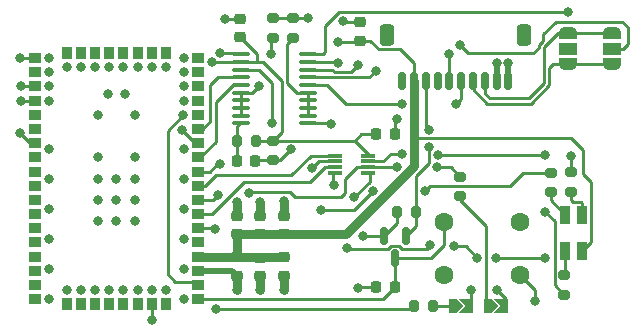
<source format=gbr>
%TF.GenerationSoftware,KiCad,Pcbnew,8.0.7*%
%TF.CreationDate,2025-04-13T14:38:49-04:00*%
%TF.ProjectId,radio,72616469-6f2e-46b6-9963-61645f706362,rev?*%
%TF.SameCoordinates,Original*%
%TF.FileFunction,Copper,L1,Top*%
%TF.FilePolarity,Positive*%
%FSLAX46Y46*%
G04 Gerber Fmt 4.6, Leading zero omitted, Abs format (unit mm)*
G04 Created by KiCad (PCBNEW 8.0.7) date 2025-04-13 14:38:49*
%MOMM*%
%LPD*%
G01*
G04 APERTURE LIST*
G04 Aperture macros list*
%AMRoundRect*
0 Rectangle with rounded corners*
0 $1 Rounding radius*
0 $2 $3 $4 $5 $6 $7 $8 $9 X,Y pos of 4 corners*
0 Add a 4 corners polygon primitive as box body*
4,1,4,$2,$3,$4,$5,$6,$7,$8,$9,$2,$3,0*
0 Add four circle primitives for the rounded corners*
1,1,$1+$1,$2,$3*
1,1,$1+$1,$4,$5*
1,1,$1+$1,$6,$7*
1,1,$1+$1,$8,$9*
0 Add four rect primitives between the rounded corners*
20,1,$1+$1,$2,$3,$4,$5,0*
20,1,$1+$1,$4,$5,$6,$7,0*
20,1,$1+$1,$6,$7,$8,$9,0*
20,1,$1+$1,$8,$9,$2,$3,0*%
%AMFreePoly0*
4,1,19,0.550000,-0.750000,0.000000,-0.750000,0.000000,-0.744911,-0.071157,-0.744911,-0.207708,-0.704816,-0.327430,-0.627875,-0.420627,-0.520320,-0.479746,-0.390866,-0.500000,-0.250000,-0.500000,0.250000,-0.479746,0.390866,-0.420627,0.520320,-0.327430,0.627875,-0.207708,0.704816,-0.071157,0.744911,0.000000,0.744911,0.000000,0.750000,0.550000,0.750000,0.550000,-0.750000,0.550000,-0.750000,
$1*%
%AMFreePoly1*
4,1,19,0.000000,0.744911,0.071157,0.744911,0.207708,0.704816,0.327430,0.627875,0.420627,0.520320,0.479746,0.390866,0.500000,0.250000,0.500000,-0.250000,0.479746,-0.390866,0.420627,-0.520320,0.327430,-0.627875,0.207708,-0.704816,0.071157,-0.744911,0.000000,-0.744911,0.000000,-0.750000,-0.550000,-0.750000,-0.550000,0.750000,0.000000,0.750000,0.000000,0.744911,0.000000,0.744911,
$1*%
%AMFreePoly2*
4,1,6,1.037000,0.000000,0.437000,-0.600000,-0.150000,-0.600000,-0.150000,0.600000,0.437000,0.600000,1.037000,0.000000,1.037000,0.000000,$1*%
%AMFreePoly3*
4,1,6,0.150000,-0.600000,-1.037000,-0.600000,-0.437000,0.000000,-1.037000,0.600000,0.150000,0.600000,0.150000,-0.600000,0.150000,-0.600000,$1*%
G04 Aperture macros list end*
%TA.AperFunction,SMDPad,CuDef*%
%ADD10R,1.000000X0.900000*%
%TD*%
%TA.AperFunction,SMDPad,CuDef*%
%ADD11R,0.900000X1.000000*%
%TD*%
%TA.AperFunction,ComponentPad*%
%ADD12C,0.800000*%
%TD*%
%TA.AperFunction,SMDPad,CuDef*%
%ADD13C,0.800000*%
%TD*%
%TA.AperFunction,SMDPad,CuDef*%
%ADD14RoundRect,0.087500X-0.537500X-0.087500X0.537500X-0.087500X0.537500X0.087500X-0.537500X0.087500X0*%
%TD*%
%TA.AperFunction,SMDPad,CuDef*%
%ADD15FreePoly0,90.000000*%
%TD*%
%TA.AperFunction,SMDPad,CuDef*%
%ADD16R,1.500000X1.000000*%
%TD*%
%TA.AperFunction,SMDPad,CuDef*%
%ADD17FreePoly1,90.000000*%
%TD*%
%TA.AperFunction,SMDPad,CuDef*%
%ADD18RoundRect,0.225000X-0.250000X0.225000X-0.250000X-0.225000X0.250000X-0.225000X0.250000X0.225000X0*%
%TD*%
%TA.AperFunction,SMDPad,CuDef*%
%ADD19RoundRect,0.200000X0.275000X-0.200000X0.275000X0.200000X-0.275000X0.200000X-0.275000X-0.200000X0*%
%TD*%
%TA.AperFunction,SMDPad,CuDef*%
%ADD20RoundRect,0.225000X0.250000X-0.225000X0.250000X0.225000X-0.250000X0.225000X-0.250000X-0.225000X0*%
%TD*%
%TA.AperFunction,SMDPad,CuDef*%
%ADD21RoundRect,0.200000X-0.200000X-0.275000X0.200000X-0.275000X0.200000X0.275000X-0.200000X0.275000X0*%
%TD*%
%TA.AperFunction,SMDPad,CuDef*%
%ADD22FreePoly2,0.000000*%
%TD*%
%TA.AperFunction,SMDPad,CuDef*%
%ADD23FreePoly3,0.000000*%
%TD*%
%TA.AperFunction,SMDPad,CuDef*%
%ADD24RoundRect,0.150000X-0.150000X0.587500X-0.150000X-0.587500X0.150000X-0.587500X0.150000X0.587500X0*%
%TD*%
%TA.AperFunction,ComponentPad*%
%ADD25C,1.600000*%
%TD*%
%TA.AperFunction,SMDPad,CuDef*%
%ADD26R,0.900000X1.500000*%
%TD*%
%TA.AperFunction,SMDPad,CuDef*%
%ADD27RoundRect,0.100000X-0.637500X-0.100000X0.637500X-0.100000X0.637500X0.100000X-0.637500X0.100000X0*%
%TD*%
%TA.AperFunction,SMDPad,CuDef*%
%ADD28RoundRect,0.225000X-0.225000X-0.250000X0.225000X-0.250000X0.225000X0.250000X-0.225000X0.250000X0*%
%TD*%
%TA.AperFunction,SMDPad,CuDef*%
%ADD29RoundRect,0.200000X-0.275000X0.200000X-0.275000X-0.200000X0.275000X-0.200000X0.275000X0.200000X0*%
%TD*%
%TA.AperFunction,SMDPad,CuDef*%
%ADD30RoundRect,0.150000X0.150000X0.625000X-0.150000X0.625000X-0.150000X-0.625000X0.150000X-0.625000X0*%
%TD*%
%TA.AperFunction,SMDPad,CuDef*%
%ADD31RoundRect,0.250000X0.350000X0.650000X-0.350000X0.650000X-0.350000X-0.650000X0.350000X-0.650000X0*%
%TD*%
%TA.AperFunction,SMDPad,CuDef*%
%ADD32RoundRect,0.225000X0.225000X0.250000X-0.225000X0.250000X-0.225000X-0.250000X0.225000X-0.250000X0*%
%TD*%
%TA.AperFunction,ViaPad*%
%ADD33C,0.800000*%
%TD*%
%TA.AperFunction,Conductor*%
%ADD34C,0.250000*%
%TD*%
%TA.AperFunction,Conductor*%
%ADD35C,0.500000*%
%TD*%
%TA.AperFunction,Conductor*%
%ADD36C,0.750000*%
%TD*%
G04 APERTURE END LIST*
D10*
%TO.P,U2,A1,RESET_N*%
%TO.N,/RESET_N*%
X142200000Y-111500000D03*
%TO.P,U2,A2,V_INT*%
%TO.N,+1V8*%
X142200000Y-110300000D03*
%TO.P,U2,A3,GND*%
%TO.N,GND*%
X142200000Y-109100000D03*
%TO.P,U2,A4,VCC*%
%TO.N,+3V3*%
X142200000Y-107900000D03*
%TO.P,U2,A5,UART_DTR*%
%TO.N,unconnected-(U2A-UART_DTR-PadA5)*%
X142200000Y-106700000D03*
%TO.P,U2,A6,SWITCH_0*%
%TO.N,/SW0*%
X142200000Y-105500000D03*
%TO.P,U2,A7,RED*%
%TO.N,/RED*%
X142200000Y-104300000D03*
%TO.P,U2,A8,GREEN/SWITCH_1*%
%TO.N,/GRN_SW1*%
X142200000Y-103100000D03*
%TO.P,U2,A9,BLUE*%
%TO.N,/BLUE*%
X142200000Y-101900000D03*
%TO.P,U2,A10,UART_CTS*%
%TO.N,/UART_CTS_1v8*%
X142200000Y-100700000D03*
%TO.P,U2,A11,UART_TXD*%
%TO.N,/UART_TX_1v8*%
X142200000Y-99500000D03*
%TO.P,U2,A12,UART_RTS*%
%TO.N,/UART_RTS_1v8*%
X142200000Y-98300000D03*
%TO.P,U2,A13,UART_RXD*%
%TO.N,/UART_RX_1v8*%
X142200000Y-97100000D03*
%TO.P,U2,A14,RSVD*%
%TO.N,unconnected-(U2A-RSVD-PadA14)*%
X142200000Y-95900000D03*
%TO.P,U2,A15,RSVD*%
%TO.N,unconnected-(U2A-RSVD-PadA15)*%
X142200000Y-94700000D03*
%TO.P,U2,A16,RSVD*%
%TO.N,unconnected-(U2A-RSVD-PadA16)*%
X142200000Y-93500000D03*
%TO.P,U2,A17,RSVD*%
%TO.N,unconnected-(U2A-RSVD-PadA17)*%
X142200000Y-92300000D03*
%TO.P,U2,A18,UART_DSR*%
%TO.N,unconnected-(U2A-UART_DSR-PadA18)*%
X142200000Y-91100000D03*
D11*
%TO.P,U2,B1,RSVD*%
%TO.N,unconnected-(U2A-RSVD-PadB1)*%
X139500000Y-90650000D03*
%TO.P,U2,B2,RSVD*%
%TO.N,unconnected-(U2A-RSVD-PadB2)*%
X138300000Y-90650000D03*
%TO.P,U2,B3,RSVD*%
%TO.N,unconnected-(U2A-RSVD-PadB3)*%
X137100000Y-90650000D03*
%TO.P,U2,B4,RSVD*%
%TO.N,unconnected-(U2A-RSVD-PadB4)*%
X135900000Y-90650000D03*
%TO.P,U2,B5,RSVD*%
%TO.N,unconnected-(U2A-RSVD-PadB5)*%
X134700000Y-90650000D03*
%TO.P,U2,B6,RSVD*%
%TO.N,unconnected-(U2A-RSVD-PadB6)*%
X133500000Y-90650000D03*
%TO.P,U2,B7,RSVD*%
%TO.N,unconnected-(U2A-RSVD-PadB7)*%
X132300000Y-90650000D03*
%TO.P,U2,B8,RSVD*%
%TO.N,unconnected-(U2A-RSVD-PadB8)*%
X131100000Y-90650000D03*
D10*
%TO.P,U2,C1,GND*%
%TO.N,GND*%
X128400000Y-91100000D03*
%TO.P,U2,C2,RSVD*%
%TO.N,unconnected-(U2A-RSVD-PadC2)*%
X128400000Y-92300000D03*
%TO.P,U2,C3,GND*%
%TO.N,GND*%
X128400000Y-93500000D03*
%TO.P,U2,C4,GND*%
X128400000Y-94700000D03*
%TO.P,U2,C5,RSVD*%
%TO.N,unconnected-(U2A-RSVD-PadC5)*%
X128400000Y-95900000D03*
%TO.P,U2,C6,RSVD*%
%TO.N,unconnected-(U2A-RSVD-PadC6)*%
X128400000Y-97100000D03*
%TO.P,U2,C7,GND*%
%TO.N,GND*%
X128400000Y-98300000D03*
%TO.P,U2,C8,RSVD*%
%TO.N,unconnected-(U2A-RSVD-PadC8)*%
X128400000Y-99500000D03*
%TO.P,U2,C9,RSVD*%
%TO.N,unconnected-(U2A-RSVD-PadC9)*%
X128400000Y-100700000D03*
%TO.P,U2,C10,RSVD*%
%TO.N,unconnected-(U2A-RSVD-PadC10)*%
X128400000Y-101900000D03*
%TO.P,U2,C11,RSVD*%
%TO.N,unconnected-(U2A-RSVD-PadC11)*%
X128400000Y-103100000D03*
%TO.P,U2,C12,RSVD*%
%TO.N,unconnected-(U2A-RSVD-PadC12)*%
X128400000Y-104300000D03*
%TO.P,U2,C13,RSVD*%
%TO.N,unconnected-(U2A-RSVD-PadC13)*%
X128400000Y-105500000D03*
%TO.P,U2,C14,RMII_MDC*%
%TO.N,unconnected-(U2A-RMII_MDC-PadC14)*%
X128400000Y-106700000D03*
%TO.P,U2,C15,RMII_MDO*%
%TO.N,unconnected-(U2A-RMII_MDO-PadC15)*%
X128400000Y-107900000D03*
%TO.P,U2,C16,LPO_CLK*%
%TO.N,unconnected-(U2A-LPO_CLK-PadC16)*%
X128400000Y-109100000D03*
%TO.P,U2,C17,RSVD*%
%TO.N,unconnected-(U2A-RSVD-PadC17)*%
X128400000Y-110300000D03*
%TO.P,U2,C18,RSVD*%
%TO.N,unconnected-(U2A-RSVD-PadC18)*%
X128400000Y-111500000D03*
D11*
%TO.P,U2,D1,RMII_TXD0*%
%TO.N,unconnected-(U2A-RMII_TXD0-PadD1)*%
X131100000Y-111950000D03*
%TO.P,U2,D2,RMII_TXD1*%
%TO.N,unconnected-(U2A-RMII_TXD1-PadD2)*%
X132300000Y-111950000D03*
%TO.P,U2,D3,RMII_TXEN*%
%TO.N,unconnected-(U2A-RMII_TXEN-PadD3)*%
X133500000Y-111950000D03*
%TO.P,U2,D4,RMII_CRSDV*%
%TO.N,unconnected-(U2A-RMII_CRSDV-PadD4)*%
X134700000Y-111950000D03*
%TO.P,U2,D5,RMII_RXD0*%
%TO.N,unconnected-(U2A-RMII_RXD0-PadD5)*%
X135900000Y-111950000D03*
%TO.P,U2,D6,RMII_RXD1*%
%TO.N,unconnected-(U2A-RMII_RXD1-PadD6)*%
X137100000Y-111950000D03*
%TO.P,U2,D7,GND*%
%TO.N,GND*%
X138300000Y-111950000D03*
%TO.P,U2,D8,RMII_REFCLK*%
%TO.N,unconnected-(U2A-RMII_REFCLK-PadD8)*%
X139500000Y-111950000D03*
D12*
%TO.P,U2,G1,GND*%
%TO.N,GND*%
X141000000Y-94700000D03*
%TO.P,U2,G2,GND*%
X141000000Y-93500000D03*
%TO.P,U2,G3,GND*%
X141000000Y-92300000D03*
%TO.P,U2,G4,GND*%
X141000000Y-91100000D03*
%TO.P,U2,G5,GND*%
X139500000Y-91850000D03*
%TO.P,U2,G6,GND*%
X138300000Y-91850000D03*
%TO.P,U2,G7,GND*%
X137100000Y-91850000D03*
%TO.P,U2,G8,GND*%
X135900000Y-91850000D03*
%TO.P,U2,G9,GND*%
X134700000Y-91850000D03*
%TO.P,U2,G10,GND*%
X133500000Y-91850000D03*
%TO.P,U2,G11,GND*%
X132300000Y-91850000D03*
%TO.P,U2,G12,GND*%
X131100000Y-91850000D03*
%TO.P,U2,G13,GND*%
X129600000Y-91100000D03*
%TO.P,U2,G14,GND*%
X129600000Y-92300000D03*
%TO.P,U2,G15,GND*%
X129600000Y-93500000D03*
%TO.P,U2,G16,GND*%
X129600000Y-94700000D03*
%TO.P,U2,G17,GND*%
X131100000Y-110750000D03*
%TO.P,U2,G18,GND*%
X132300000Y-110750000D03*
%TO.P,U2,G19,GND*%
X133500000Y-110750000D03*
%TO.P,U2,G20,GND*%
X134700000Y-110750000D03*
%TO.P,U2,G21,GND*%
X135900000Y-110750000D03*
%TO.P,U2,G22,GND*%
X137100000Y-110750000D03*
%TO.P,U2,G23,GND*%
X138300000Y-110750000D03*
%TO.P,U2,G24,GND*%
X139500000Y-110750000D03*
%TO.P,U2,G25,GND*%
X136840000Y-95900000D03*
%TO.P,U2,G26,GND*%
X136000000Y-94100000D03*
%TO.P,U2,G27,GND*%
X134600000Y-94100000D03*
%TO.P,U2,G28,GND*%
X133760000Y-95900000D03*
%TO.P,U2,G29,GND*%
X133760000Y-99500000D03*
%TO.P,U2,G30,GND*%
X133760000Y-101300000D03*
%TO.P,U2,G31,GND*%
X133760000Y-103100000D03*
%TO.P,U2,G32,GND*%
X133760000Y-104900000D03*
%TO.P,U2,G33,GND*%
X135300000Y-104900000D03*
%TO.P,U2,G34,GND*%
X135300000Y-103100000D03*
%TO.P,U2,G35,GND*%
X135300000Y-101300000D03*
%TO.P,U2,G36,GND*%
X136840000Y-99500000D03*
%TO.P,U2,G37,GND*%
X136840000Y-101300000D03*
%TO.P,U2,G38,GND*%
X136840000Y-103100000D03*
%TO.P,U2,G39,GND*%
X136840000Y-104900000D03*
D13*
%TO.P,U2,TP1*%
%TO.N,N/C*%
X141000000Y-98810000D03*
%TO.P,U2,TP2*%
X129600000Y-98810000D03*
%TO.P,U2,TP3*%
X141000000Y-101350000D03*
%TO.P,U2,TP4*%
X129600000Y-101350000D03*
%TO.P,U2,TP5*%
X141000000Y-103890000D03*
%TO.P,U2,TP6*%
X129600000Y-103890000D03*
%TO.P,U2,TP7*%
X141000000Y-106430000D03*
%TO.P,U2,TP8*%
X129600000Y-106430000D03*
%TO.P,U2,TP9*%
X141000000Y-108970000D03*
%TO.P,U2,TP10*%
X129600000Y-108970000D03*
%TO.P,U2,TP11*%
X141000000Y-111510000D03*
%TO.P,U2,TP12*%
X129600000Y-111510000D03*
%TD*%
D14*
%TO.P,U1,1*%
%TO.N,/BLUE*%
X153800000Y-99350000D03*
%TO.P,U1,2*%
%TO.N,/GRN_B*%
X153800000Y-99850000D03*
%TO.P,U1,3*%
%TO.N,/RED*%
X153800000Y-100350000D03*
%TO.P,U1,4,GND*%
%TO.N,GND*%
X153800000Y-100850000D03*
%TO.P,U1,5*%
%TO.N,/RED_B*%
X156600000Y-100850000D03*
%TO.P,U1,6*%
%TO.N,/GRN_SW1*%
X156600000Y-100350000D03*
%TO.P,U1,7*%
%TO.N,/BLUE_B*%
X156600000Y-99850000D03*
%TO.P,U1,8,VCC*%
%TO.N,+1V8*%
X156600000Y-99350000D03*
%TD*%
D15*
%TO.P,JP3,1,A*%
%TO.N,/UART_CTS_3v3*%
X173542500Y-91600000D03*
D16*
%TO.P,JP3,2,C*%
%TO.N,/RADIO_RTS_3v3*%
X173542500Y-90300000D03*
D17*
%TO.P,JP3,3,B*%
%TO.N,/UART_RTS_3v3*%
X173542500Y-89000000D03*
%TD*%
D18*
%TO.P,C1,1*%
%TO.N,GND*%
X147500000Y-104450000D03*
%TO.P,C1,2*%
%TO.N,+3V3*%
X147500000Y-106000000D03*
%TD*%
D19*
%TO.P,R6,1*%
%TO.N,GND*%
X148600000Y-99725000D03*
%TO.P,R6,2*%
%TO.N,+1V8*%
X148600000Y-98075000D03*
%TD*%
D20*
%TO.P,C10,1*%
%TO.N,GND*%
X149500000Y-109525000D03*
%TO.P,C10,2*%
%TO.N,+3V3*%
X149500000Y-107975000D03*
%TD*%
D21*
%TO.P,R8,1*%
%TO.N,GND*%
X159025000Y-104100000D03*
%TO.P,R8,2*%
%TO.N,/RST_3v3*%
X160675000Y-104100000D03*
%TD*%
D22*
%TO.P,JP2,1,A*%
%TO.N,Net-(JP2-A)*%
X163600000Y-112100000D03*
D23*
%TO.P,JP2,2,B*%
%TO.N,GND*%
X165300000Y-112100000D03*
%TD*%
D24*
%TO.P,Q1,1,G*%
%TO.N,/RST_3v3*%
X159850000Y-106162500D03*
%TO.P,Q1,2,S*%
%TO.N,GND*%
X157950000Y-106162500D03*
%TO.P,Q1,3,D*%
%TO.N,/RESET_N*%
X158900000Y-108037500D03*
%TD*%
D25*
%TO.P,SW1,1,1*%
%TO.N,/RESET_N*%
X163000000Y-105000000D03*
%TO.P,SW1,2,2*%
%TO.N,unconnected-(SW1-Pad2)*%
X169500000Y-105000000D03*
%TO.P,SW1,3,3*%
%TO.N,unconnected-(SW1-Pad3)*%
X163000000Y-109500000D03*
%TO.P,SW1,4,4*%
%TO.N,GND*%
X169500000Y-109500000D03*
%TD*%
D26*
%TO.P,D1,1,A*%
%TO.N,+3V3*%
X174700000Y-107450000D03*
%TO.P,D1,2,BK*%
%TO.N,/LED_B_CL*%
X173300000Y-107450000D03*
%TO.P,D1,3,RK*%
%TO.N,/LED_R_CL*%
X174700000Y-104350000D03*
%TO.P,D1,4,GK*%
%TO.N,/LED_G_CL*%
X173300000Y-104350000D03*
%TD*%
D27*
%TO.P,U3,1,A1*%
%TO.N,/UART_RTS_1v8*%
X145837500Y-90775000D03*
%TO.P,U3,2,VCCA*%
%TO.N,+1V8*%
X145837500Y-91425000D03*
%TO.P,U3,3,A2*%
%TO.N,/UART_CTS_1v8*%
X145837500Y-92075000D03*
%TO.P,U3,4,A3*%
%TO.N,/UART_RX_1v8*%
X145837500Y-92725000D03*
%TO.P,U3,5,A4*%
%TO.N,/UART_TX_1v8*%
X145837500Y-93375000D03*
%TO.P,U3,6,A5*%
%TO.N,Net-(U3-A5)*%
X145837500Y-94025000D03*
%TO.P,U3,7,A6*%
X145837500Y-94675000D03*
%TO.P,U3,8,A7*%
X145837500Y-95325000D03*
%TO.P,U3,9,A8*%
X145837500Y-95975000D03*
%TO.P,U3,10,OE*%
%TO.N,Net-(U3-OE)*%
X145837500Y-96625000D03*
%TO.P,U3,11,GND*%
%TO.N,GND*%
X151562500Y-96625000D03*
%TO.P,U3,12,B8*%
%TO.N,Net-(U3-B5)*%
X151562500Y-95975000D03*
%TO.P,U3,13,B7*%
X151562500Y-95325000D03*
%TO.P,U3,14,B6*%
X151562500Y-94675000D03*
%TO.P,U3,15,B5*%
X151562500Y-94025000D03*
%TO.P,U3,16,B4*%
%TO.N,/UART_TX_3v3*%
X151562500Y-93375000D03*
%TO.P,U3,17,B3*%
%TO.N,/UART_RX_3v3*%
X151562500Y-92725000D03*
%TO.P,U3,18,B2*%
%TO.N,/RADIO_CTS_3v3*%
X151562500Y-92075000D03*
%TO.P,U3,19,VCCB*%
%TO.N,+3V3*%
X151562500Y-91425000D03*
%TO.P,U3,20,B1*%
%TO.N,/RADIO_RTS_3v3*%
X151562500Y-90775000D03*
%TD*%
D19*
%TO.P,R4,1*%
%TO.N,Net-(JP1-A)*%
X164400000Y-102775000D03*
%TO.P,R4,2*%
%TO.N,/GRN_SW1*%
X164400000Y-101125000D03*
%TD*%
D28*
%TO.P,C8,1*%
%TO.N,Net-(U3-OE)*%
X145525000Y-99800000D03*
%TO.P,C8,2*%
%TO.N,GND*%
X147075000Y-99800000D03*
%TD*%
D18*
%TO.P,C5,1*%
%TO.N,GND*%
X145800000Y-87775000D03*
%TO.P,C5,2*%
%TO.N,+1V8*%
X145800000Y-89325000D03*
%TD*%
D29*
%TO.P,R9,1*%
%TO.N,GND*%
X150250000Y-87725000D03*
%TO.P,R9,2*%
%TO.N,Net-(U3-B5)*%
X150250000Y-89375000D03*
%TD*%
D15*
%TO.P,JP4,1,A*%
%TO.N,/UART_CTS_3v3*%
X177300000Y-91600000D03*
D16*
%TO.P,JP4,2,C*%
%TO.N,/RADIO_CTS_3v3*%
X177300000Y-90300000D03*
D17*
%TO.P,JP4,3,B*%
%TO.N,/UART_RTS_3v3*%
X177300000Y-89000000D03*
%TD*%
D28*
%TO.P,C9,1*%
%TO.N,GND*%
X157325000Y-110500000D03*
%TO.P,C9,2*%
%TO.N,/RESET_N*%
X158875000Y-110500000D03*
%TD*%
D29*
%TO.P,R1,1*%
%TO.N,/RED_B*%
X173800000Y-100775000D03*
%TO.P,R1,2*%
%TO.N,/LED_R_CL*%
X173800000Y-102425000D03*
%TD*%
D20*
%TO.P,C3,1*%
%TO.N,GND*%
X145500000Y-109525000D03*
%TO.P,C3,2*%
%TO.N,+3V3*%
X145500000Y-107975000D03*
%TD*%
D19*
%TO.P,R3,1*%
%TO.N,/BLUE_B*%
X173200000Y-111125000D03*
%TO.P,R3,2*%
%TO.N,/LED_B_CL*%
X173200000Y-109475000D03*
%TD*%
D20*
%TO.P,C2,1*%
%TO.N,GND*%
X147500000Y-109550000D03*
%TO.P,C2,2*%
%TO.N,+3V3*%
X147500000Y-108000000D03*
%TD*%
D18*
%TO.P,C4,1*%
%TO.N,GND*%
X145500000Y-104475000D03*
%TO.P,C4,2*%
%TO.N,+3V3*%
X145500000Y-106025000D03*
%TD*%
%TO.P,C6,1*%
%TO.N,GND*%
X155950000Y-88075000D03*
%TO.P,C6,2*%
%TO.N,+3V3*%
X155950000Y-89625000D03*
%TD*%
D29*
%TO.P,R2,1*%
%TO.N,/GRN_B*%
X172100000Y-100800000D03*
%TO.P,R2,2*%
%TO.N,/LED_G_CL*%
X172100000Y-102450000D03*
%TD*%
D21*
%TO.P,R5,1*%
%TO.N,/SW0*%
X160475000Y-112100000D03*
%TO.P,R5,2*%
%TO.N,Net-(JP2-A)*%
X162125000Y-112100000D03*
%TD*%
D30*
%TO.P,J1,1,Pin_1*%
%TO.N,GND*%
X168500000Y-93000000D03*
%TO.P,J1,2,Pin_2*%
X167500000Y-93000000D03*
%TO.P,J1,3,Pin_3*%
%TO.N,/UART_RTS_3v3*%
X166500000Y-93000000D03*
%TO.P,J1,4,Pin_4*%
%TO.N,/UART_CTS_3v3*%
X165500000Y-93000000D03*
%TO.P,J1,5,Pin_5*%
%TO.N,/UART_TX_3v3*%
X164500000Y-93000000D03*
%TO.P,J1,6,Pin_6*%
%TO.N,/UART_RX_3v3*%
X163500000Y-93000000D03*
%TO.P,J1,7,Pin_7*%
%TO.N,/BOOT0_3v3*%
X162500000Y-93000000D03*
%TO.P,J1,8,Pin_8*%
%TO.N,/RST_3v3*%
X161500000Y-93000000D03*
%TO.P,J1,9,Pin_9*%
%TO.N,+3V3*%
X160500000Y-93000000D03*
%TO.P,J1,10,Pin_10*%
%TO.N,+5V*%
X159500000Y-93000000D03*
D31*
%TO.P,J1,MP*%
%TO.N,N/C*%
X169800000Y-89125000D03*
X158200000Y-89125000D03*
%TD*%
D29*
%TO.P,R7,1*%
%TO.N,GND*%
X148550000Y-87725000D03*
%TO.P,R7,2*%
%TO.N,Net-(U3-A5)*%
X148550000Y-89375000D03*
%TD*%
D22*
%TO.P,JP1,1,A*%
%TO.N,Net-(JP1-A)*%
X166600000Y-112100000D03*
D23*
%TO.P,JP1,2,B*%
%TO.N,GND*%
X168300000Y-112100000D03*
%TD*%
D32*
%TO.P,C7,1*%
%TO.N,GND*%
X158875000Y-97550000D03*
%TO.P,C7,2*%
%TO.N,+1V8*%
X157325000Y-97550000D03*
%TD*%
D21*
%TO.P,R10,1*%
%TO.N,Net-(U3-OE)*%
X145475000Y-98100000D03*
%TO.P,R10,2*%
%TO.N,+1V8*%
X147125000Y-98100000D03*
%TD*%
D18*
%TO.P,C11,1*%
%TO.N,GND*%
X149500000Y-104475000D03*
%TO.P,C11,2*%
%TO.N,+3V3*%
X149500000Y-106025000D03*
%TD*%
D33*
%TO.N,GND*%
X167550000Y-110750000D03*
X127250000Y-93500000D03*
X147500000Y-110750000D03*
X149500000Y-110750000D03*
X144500000Y-87800000D03*
X154450000Y-87950000D03*
X156150000Y-106150000D03*
X155750000Y-110550000D03*
X168500000Y-91500000D03*
X127150000Y-91100000D03*
X149500000Y-103200000D03*
X165300000Y-110750000D03*
X159100000Y-96250000D03*
X167500000Y-91500000D03*
X138350000Y-113300000D03*
X150050000Y-98824500D03*
X153700000Y-101850000D03*
X151500000Y-87700000D03*
X127150000Y-97450000D03*
X170750000Y-111700000D03*
X127250000Y-94700000D03*
X153450000Y-96650000D03*
X145500000Y-110750000D03*
X147500000Y-103250000D03*
X145500000Y-103250000D03*
%TO.N,+3V3*%
X154050000Y-91499500D03*
X154050000Y-89750000D03*
%TO.N,+1V8*%
X140950000Y-95950000D03*
X143400000Y-91450000D03*
%TO.N,/UART_TX_3v3*%
X164100000Y-95000000D03*
X159525500Y-95000000D03*
%TO.N,/UART_RX_3v3*%
X163500000Y-90750000D03*
X157250000Y-92200000D03*
%TO.N,/RST_3v3*%
X161750000Y-97175500D03*
X161750000Y-98650000D03*
%TO.N,/GRN_SW1*%
X162450000Y-100350000D03*
X143900000Y-102700000D03*
X146500000Y-102500000D03*
X159050000Y-100300000D03*
%TO.N,/SW0*%
X143650000Y-105600000D03*
X143750000Y-112300000D03*
%TO.N,/RADIO_RTS_3v3*%
X173500000Y-87200000D03*
X173542500Y-90300000D03*
%TO.N,/UART_CTS_1v8*%
X144100000Y-100050000D03*
X148450000Y-96600000D03*
%TO.N,/UART_RTS_1v8*%
X140850000Y-97200000D03*
X144100000Y-90700000D03*
%TO.N,/RADIO_CTS_3v3*%
X164400000Y-90000000D03*
X155800000Y-91650000D03*
%TO.N,Net-(U3-A5)*%
X148400000Y-90750000D03*
X147400000Y-93450000D03*
%TO.N,/RED_B*%
X163850000Y-107000000D03*
X167450000Y-108000000D03*
X171600000Y-108000000D03*
X154850000Y-107150000D03*
X173800000Y-99400000D03*
X155462701Y-102862701D03*
X165875500Y-108000000D03*
X161850000Y-106950000D03*
%TO.N,/GRN_B*%
X151838190Y-100438190D03*
X161450000Y-102350000D03*
X157000000Y-102350000D03*
X152600000Y-103924500D03*
%TO.N,/BLUE_B*%
X159525500Y-99200000D03*
X171600000Y-104100000D03*
X162493970Y-99317468D03*
X171600000Y-99300000D03*
%TD*%
D34*
%TO.N,/GRN_SW1*%
X159000000Y-100350000D02*
X159050000Y-100300000D01*
X155700000Y-100350000D02*
X159000000Y-100350000D01*
X154700000Y-102500000D02*
X154700000Y-101350000D01*
X154300000Y-102900000D02*
X154700000Y-102500000D01*
X154700000Y-101350000D02*
X155700000Y-100350000D01*
X149975489Y-102475489D02*
X150400000Y-102900000D01*
X146524511Y-102475489D02*
X149975489Y-102475489D01*
X150400000Y-102900000D02*
X154300000Y-102900000D01*
X146500000Y-102500000D02*
X146524511Y-102475489D01*
D35*
%TO.N,GND*%
X167500000Y-93000000D02*
X167500000Y-91500000D01*
X168500000Y-93000000D02*
X168500000Y-91500000D01*
D34*
X159100000Y-96250000D02*
X158875000Y-96475000D01*
X128400000Y-91100000D02*
X127150000Y-91100000D01*
X151562500Y-96625000D02*
X153425000Y-96625000D01*
X128400000Y-94700000D02*
X127250000Y-94700000D01*
X159025000Y-105087500D02*
X157950000Y-106162500D01*
D36*
X147500000Y-109550000D02*
X147500000Y-110750000D01*
D35*
X142200000Y-109100000D02*
X145075000Y-109100000D01*
D36*
X149500000Y-103250000D02*
X149500000Y-103200000D01*
X149500000Y-104475000D02*
X149500000Y-103250000D01*
X145500000Y-109525000D02*
X145500000Y-110750000D01*
D34*
X155950000Y-88075000D02*
X154575000Y-88075000D01*
X155800000Y-110500000D02*
X155750000Y-110550000D01*
X159025000Y-104100000D02*
X159025000Y-105087500D01*
X168300000Y-111500000D02*
X167550000Y-110750000D01*
X138300000Y-113250000D02*
X138350000Y-113300000D01*
X148600000Y-99725000D02*
X149149500Y-99725000D01*
X148600000Y-99725000D02*
X147150000Y-99725000D01*
X157950000Y-106162500D02*
X156162500Y-106162500D01*
X168300000Y-112100000D02*
X168300000Y-111500000D01*
D35*
X145075000Y-109100000D02*
X145500000Y-109525000D01*
D34*
X153425000Y-96625000D02*
X153450000Y-96650000D01*
X128400000Y-98300000D02*
X128000000Y-98300000D01*
D36*
X149500000Y-109525000D02*
X149500000Y-110750000D01*
D34*
X150250000Y-87725000D02*
X151475000Y-87725000D01*
X138300000Y-111950000D02*
X138300000Y-113250000D01*
X154575000Y-88075000D02*
X154450000Y-87950000D01*
D36*
X147500000Y-104450000D02*
X147500000Y-103250000D01*
D34*
X156162500Y-106162500D02*
X156150000Y-106150000D01*
X153650000Y-101800000D02*
X153700000Y-101850000D01*
X128000000Y-98300000D02*
X127150000Y-97450000D01*
X147150000Y-99725000D02*
X147075000Y-99800000D01*
X151475000Y-87725000D02*
X151500000Y-87700000D01*
X148550000Y-87725000D02*
X150250000Y-87725000D01*
X169500000Y-109500000D02*
X170750000Y-110750000D01*
X149149500Y-99725000D02*
X150050000Y-98824500D01*
X128400000Y-93500000D02*
X127250000Y-93500000D01*
X170750000Y-110750000D02*
X170750000Y-111700000D01*
X165300000Y-112100000D02*
X165300000Y-110750000D01*
X144525000Y-87775000D02*
X144500000Y-87800000D01*
X153650000Y-100850000D02*
X153650000Y-101800000D01*
X157325000Y-110500000D02*
X155800000Y-110500000D01*
D36*
X145500000Y-104475000D02*
X145500000Y-103250000D01*
D34*
X158875000Y-96475000D02*
X158875000Y-97550000D01*
X145800000Y-87775000D02*
X144525000Y-87775000D01*
D36*
%TO.N,+3V3*%
X147475000Y-106025000D02*
X147500000Y-106000000D01*
X154750000Y-106000000D02*
X160500000Y-100250000D01*
X160500000Y-97800000D02*
X160500000Y-93000000D01*
X149500000Y-106025000D02*
X149555692Y-106025000D01*
D34*
X155825000Y-89750000D02*
X155950000Y-89625000D01*
D36*
X142200000Y-107900000D02*
X145449520Y-107900000D01*
D34*
X160500000Y-97800000D02*
X160600000Y-97900000D01*
X174800000Y-100900000D02*
X175475000Y-101575000D01*
X154050000Y-89750000D02*
X155825000Y-89750000D01*
D36*
X149580692Y-106000000D02*
X154750000Y-106000000D01*
X145449520Y-107900000D02*
X145500000Y-107950480D01*
D34*
X173800000Y-97900000D02*
X174800000Y-98900000D01*
D36*
X145500000Y-106025000D02*
X147475000Y-106025000D01*
D34*
X153975500Y-91425000D02*
X154050000Y-91499500D01*
X156775000Y-89625000D02*
X155950000Y-89625000D01*
X175475000Y-106675000D02*
X174700000Y-107450000D01*
X175475000Y-101575000D02*
X175475000Y-106675000D01*
X160600000Y-97900000D02*
X173800000Y-97900000D01*
D36*
X149475000Y-106000000D02*
X149500000Y-106025000D01*
X145500000Y-107975000D02*
X149500000Y-107975000D01*
X147500000Y-106000000D02*
X149475000Y-106000000D01*
D34*
X151562500Y-91425000D02*
X153975500Y-91425000D01*
D36*
X160500000Y-100250000D02*
X160500000Y-97800000D01*
X149555692Y-106025000D02*
X149580692Y-106000000D01*
D34*
X157499520Y-90349520D02*
X156775000Y-89625000D01*
X160500000Y-91500000D02*
X159349520Y-90349520D01*
D36*
X145500000Y-106025000D02*
X145500000Y-107975000D01*
D34*
X174800000Y-98900000D02*
X174800000Y-100900000D01*
X160500000Y-93000000D02*
X160500000Y-91500000D01*
X159349520Y-90349520D02*
X157499520Y-90349520D01*
%TO.N,+1V8*%
X156050000Y-97550000D02*
X155500000Y-98100000D01*
X141925489Y-110025489D02*
X140275489Y-110025489D01*
X139650000Y-109400000D02*
X139650000Y-97250000D01*
X148575000Y-98100000D02*
X148600000Y-98075000D01*
X145812500Y-91450000D02*
X145837500Y-91425000D01*
X145837500Y-91425000D02*
X146525361Y-91425000D01*
X139650000Y-97250000D02*
X140950000Y-95950000D01*
X147250000Y-90775000D02*
X147250000Y-91400000D01*
X146550361Y-91400000D02*
X147250000Y-91400000D01*
X148625000Y-98100000D02*
X155500000Y-98100000D01*
X147125000Y-98100000D02*
X148575000Y-98100000D01*
X140275489Y-110025489D02*
X139650000Y-109400000D01*
X145800000Y-89325000D02*
X147250000Y-90775000D01*
X155500000Y-98100000D02*
X156750000Y-99350000D01*
X149300000Y-93000000D02*
X149300000Y-97375000D01*
X142200000Y-110300000D02*
X141925489Y-110025489D01*
X143400000Y-91450000D02*
X145812500Y-91450000D01*
X147700000Y-91400000D02*
X149300000Y-93000000D01*
X147250000Y-91400000D02*
X147700000Y-91400000D01*
X148600000Y-98075000D02*
X148625000Y-98100000D01*
X157325000Y-97550000D02*
X156050000Y-97550000D01*
X149300000Y-97375000D02*
X148600000Y-98075000D01*
X146525361Y-91425000D02*
X146550361Y-91400000D01*
%TO.N,Net-(U3-OE)*%
X145837500Y-96625000D02*
X145775000Y-96625000D01*
X145775000Y-96625000D02*
X145475000Y-96925000D01*
X145525000Y-98150000D02*
X145475000Y-98100000D01*
X145475000Y-96925000D02*
X145475000Y-98100000D01*
X145525000Y-99800000D02*
X145525000Y-98150000D01*
%TO.N,/RESET_N*%
X158900000Y-108037500D02*
X158900000Y-110475000D01*
X163000000Y-105000000D02*
X163000000Y-106950000D01*
X163000000Y-106950000D02*
X161912500Y-108037500D01*
X157875000Y-111500000D02*
X158875000Y-110500000D01*
X142200000Y-111500000D02*
X157875000Y-111500000D01*
X161912500Y-108037500D02*
X158900000Y-108037500D01*
X158900000Y-110475000D02*
X158875000Y-110500000D01*
%TO.N,/UART_RTS_3v3*%
X171500000Y-90200000D02*
X172700000Y-89000000D01*
X170200000Y-94500000D02*
X171500000Y-93200000D01*
X166500000Y-94100000D02*
X166900000Y-94500000D01*
X166900000Y-94500000D02*
X170200000Y-94500000D01*
X177300000Y-89000000D02*
X173542500Y-89000000D01*
X171500000Y-93200000D02*
X171500000Y-90200000D01*
X172700000Y-89000000D02*
X173542500Y-89000000D01*
X166500000Y-93000000D02*
X166500000Y-94100000D01*
%TO.N,/UART_CTS_3v3*%
X173542500Y-91600000D02*
X172300000Y-91600000D01*
X171950000Y-93386396D02*
X170386396Y-94950000D01*
X172300000Y-91600000D02*
X171950000Y-91950000D01*
X173542500Y-91600000D02*
X177300000Y-91600000D01*
X171950000Y-91950000D02*
X171950000Y-93386396D01*
X170386396Y-94950000D02*
X166713604Y-94950000D01*
X166713604Y-94950000D02*
X165500000Y-93736396D01*
X165500000Y-93736396D02*
X165500000Y-93000000D01*
%TO.N,/UART_TX_3v3*%
X153125000Y-93375000D02*
X151562500Y-93375000D01*
X164500000Y-94600000D02*
X164500000Y-93000000D01*
X164100000Y-95000000D02*
X164500000Y-94600000D01*
X154750000Y-95000000D02*
X153125000Y-93375000D01*
X159525500Y-95000000D02*
X154750000Y-95000000D01*
%TO.N,/UART_RX_3v3*%
X151562500Y-92725000D02*
X156725000Y-92725000D01*
X156725000Y-92725000D02*
X157250000Y-92200000D01*
X163500000Y-90750000D02*
X163500000Y-93000000D01*
%TO.N,/RST_3v3*%
X161750000Y-97175500D02*
X161500000Y-96925500D01*
X161500000Y-96925500D02*
X161500000Y-93000000D01*
X160675000Y-104100000D02*
X160675000Y-101064270D01*
X161700000Y-97000000D02*
X161750000Y-97050000D01*
X160675000Y-105337500D02*
X159850000Y-106162500D01*
X161750000Y-97050000D02*
X161750000Y-97175500D01*
X160675000Y-104100000D02*
X160675000Y-105337500D01*
X160675000Y-101064270D02*
X161750000Y-99989270D01*
X161750000Y-99989270D02*
X161750000Y-98650000D01*
%TO.N,/GRN_SW1*%
X143500000Y-103100000D02*
X143900000Y-102700000D01*
X142200000Y-103100000D02*
X143500000Y-103100000D01*
X162450000Y-100350000D02*
X163625000Y-100350000D01*
X163625000Y-100350000D02*
X164400000Y-101125000D01*
%TO.N,/SW0*%
X160275000Y-112300000D02*
X160475000Y-112100000D01*
X143750000Y-112300000D02*
X160275000Y-112300000D01*
X142200000Y-105500000D02*
X143550000Y-105500000D01*
X143550000Y-105500000D02*
X143650000Y-105600000D01*
%TO.N,Net-(JP1-A)*%
X164400000Y-103100000D02*
X166600000Y-105300000D01*
X164400000Y-102775000D02*
X164400000Y-103100000D01*
X166600000Y-105300000D02*
X166600000Y-112100000D01*
%TO.N,Net-(JP2-A)*%
X163600000Y-112100000D02*
X162125000Y-112100000D01*
%TO.N,/BLUE*%
X151750000Y-99350000D02*
X150100000Y-101000000D01*
X143700000Y-101000000D02*
X142800000Y-101900000D01*
X150100000Y-101000000D02*
X143700000Y-101000000D01*
X142800000Y-101900000D02*
X142200000Y-101900000D01*
X153650000Y-99350000D02*
X151750000Y-99350000D01*
%TO.N,/RED*%
X153650000Y-100350000D02*
X152950978Y-100350000D01*
X143400000Y-104300000D02*
X142200000Y-104300000D01*
X146100000Y-101600000D02*
X143400000Y-104300000D01*
X152950978Y-100350000D02*
X151700978Y-101600000D01*
X151700978Y-101600000D02*
X146100000Y-101600000D01*
%TO.N,/RADIO_RTS_3v3*%
X153000000Y-90600000D02*
X153000000Y-88374695D01*
X154174695Y-87200000D02*
X173500000Y-87200000D01*
X152825000Y-90775000D02*
X153000000Y-90600000D01*
X151562500Y-90775000D02*
X152825000Y-90775000D01*
X153000000Y-88374695D02*
X154174695Y-87200000D01*
%TO.N,/UART_CTS_1v8*%
X145837500Y-92075000D02*
X147350402Y-92075000D01*
X144100000Y-100050000D02*
X143850000Y-100050000D01*
X143200000Y-100700000D02*
X142200000Y-100700000D01*
X143850000Y-100050000D02*
X143200000Y-100700000D01*
X148450000Y-93174598D02*
X148450000Y-96600000D01*
X147350402Y-92075000D02*
X148450000Y-93174598D01*
%TO.N,/UART_TX_1v8*%
X145149639Y-93375000D02*
X143700000Y-94824639D01*
X145837500Y-93375000D02*
X145149639Y-93375000D01*
X143700000Y-98224511D02*
X142424511Y-99500000D01*
X142424511Y-99500000D02*
X142200000Y-99500000D01*
X143700000Y-94824639D02*
X143700000Y-98224511D01*
%TO.N,/UART_RTS_1v8*%
X142200000Y-98300000D02*
X141950000Y-98300000D01*
X145762500Y-90700000D02*
X145837500Y-90775000D01*
X141950000Y-98300000D02*
X140850000Y-97200000D01*
X144100000Y-90700000D02*
X145762500Y-90700000D01*
%TO.N,/UART_RX_1v8*%
X143875000Y-92725000D02*
X143250000Y-93350000D01*
X143250000Y-96449022D02*
X142599022Y-97100000D01*
X143250000Y-93350000D02*
X143250000Y-96449022D01*
X142599022Y-97100000D02*
X142200000Y-97100000D01*
X145837500Y-92725000D02*
X143875000Y-92725000D01*
%TO.N,/RADIO_CTS_3v3*%
X178600000Y-88500000D02*
X178600000Y-89900000D01*
X178600000Y-89900000D02*
X178200000Y-90300000D01*
X153801366Y-92275480D02*
X155174520Y-92275480D01*
X164400000Y-90000000D02*
X165100000Y-90700000D01*
X172500000Y-88000000D02*
X178100000Y-88000000D01*
X171050000Y-90250000D02*
X171050000Y-90013604D01*
X165100000Y-90700000D02*
X170600000Y-90700000D01*
X178200000Y-90300000D02*
X177300000Y-90300000D01*
X153600886Y-92075000D02*
X153801366Y-92275480D01*
X171400000Y-89100000D02*
X172500000Y-88000000D01*
X178100000Y-88000000D02*
X178600000Y-88500000D01*
X170600000Y-90700000D02*
X171050000Y-90250000D01*
X171400000Y-89663604D02*
X171400000Y-89100000D01*
X171050000Y-90013604D02*
X171400000Y-89663604D01*
X155174520Y-92275480D02*
X155800000Y-91650000D01*
X151562500Y-92075000D02*
X153600886Y-92075000D01*
%TO.N,Net-(U3-A5)*%
X146825000Y-94025000D02*
X147400000Y-93450000D01*
X148400000Y-89525000D02*
X148550000Y-89375000D01*
X145837500Y-94025000D02*
X146825000Y-94025000D01*
X145837500Y-95975000D02*
X145837500Y-94025000D01*
X148400000Y-90750000D02*
X148400000Y-89525000D01*
%TO.N,Net-(U3-B5)*%
X151562500Y-94025000D02*
X150575000Y-94025000D01*
X149750000Y-93200000D02*
X149750000Y-89875000D01*
X150575000Y-94025000D02*
X149750000Y-93200000D01*
X151562500Y-94025000D02*
X151562500Y-95975000D01*
X149750000Y-89875000D02*
X150250000Y-89375000D01*
%TO.N,/LED_B_CL*%
X173300000Y-109375000D02*
X173200000Y-109475000D01*
X173300000Y-107450000D02*
X173300000Y-109375000D01*
%TO.N,/LED_R_CL*%
X174000000Y-103300000D02*
X174600000Y-103300000D01*
X173800000Y-103100000D02*
X174000000Y-103300000D01*
X174700000Y-103400000D02*
X174700000Y-104350000D01*
X173800000Y-102425000D02*
X173800000Y-103100000D01*
X174600000Y-103300000D02*
X174700000Y-103400000D01*
%TO.N,/LED_G_CL*%
X172100000Y-102450000D02*
X172100000Y-103150000D01*
X172100000Y-103150000D02*
X173300000Y-104350000D01*
%TO.N,/RED_B*%
X164875500Y-107000000D02*
X165875500Y-108000000D01*
X156750000Y-100850000D02*
X156750000Y-101575402D01*
X158278928Y-107250000D02*
X158553448Y-106975480D01*
X159503448Y-107224520D02*
X161575480Y-107224520D01*
X159254408Y-106975480D02*
X159503448Y-107224520D01*
X154950000Y-107250000D02*
X158278928Y-107250000D01*
X154850000Y-107150000D02*
X154950000Y-107250000D01*
X156750000Y-101575402D02*
X155462701Y-102862701D01*
X173800000Y-99400000D02*
X173800000Y-100775000D01*
X163850000Y-107000000D02*
X164875500Y-107000000D01*
X170675000Y-108000000D02*
X171700000Y-108000000D01*
X161575480Y-107224520D02*
X161850000Y-106950000D01*
X167450000Y-108000000D02*
X170675000Y-108000000D01*
X158553448Y-106975480D02*
X159254408Y-106975480D01*
%TO.N,/GRN_B*%
X168600000Y-101950000D02*
X169750000Y-100800000D01*
X161450000Y-102350000D02*
X161850000Y-101950000D01*
X153650000Y-99850000D02*
X152426380Y-99850000D01*
X155425500Y-103924500D02*
X157000000Y-102350000D01*
X152426380Y-99850000D02*
X151838190Y-100438190D01*
X161850000Y-101950000D02*
X168600000Y-101950000D01*
X169750000Y-100800000D02*
X172100000Y-100800000D01*
X152600000Y-103924500D02*
X155425500Y-103924500D01*
%TO.N,/BLUE_B*%
X162511438Y-99300000D02*
X171600000Y-99300000D01*
X173200000Y-111125000D02*
X172400000Y-110325000D01*
X158550000Y-99200000D02*
X159525500Y-99200000D01*
X162493970Y-99317468D02*
X162511438Y-99300000D01*
X157900000Y-99850000D02*
X158550000Y-99200000D01*
X172400000Y-110325000D02*
X172400000Y-104900000D01*
X172400000Y-104900000D02*
X171600000Y-104100000D01*
X156750000Y-99850000D02*
X157900000Y-99850000D01*
%TD*%
M02*

</source>
